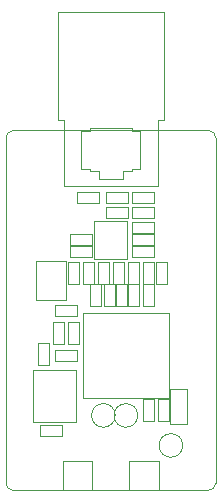
<source format=gbr>
%TF.GenerationSoftware,KiCad,Pcbnew,5.1.6+dfsg1-1~bpo10+1*%
%TF.CreationDate,Date%
%TF.ProjectId,ProMicro_LORA,50726f4d-6963-4726-9f5f-4c4f52412e6b,v1.1*%
%TF.SameCoordinates,Original*%
%TF.FileFunction,Other,User*%
%FSLAX45Y45*%
G04 Gerber Fmt 4.5, Leading zero omitted, Abs format (unit mm)*
G04 Created by KiCad*
%MOMM*%
%LPD*%
G01*
G04 APERTURE LIST*
%TA.AperFunction,Profile*%
%ADD10C,0.100000*%
%TD*%
%ADD11C,0.050000*%
G04 APERTURE END LIST*
D10*
X-127000Y2857500D02*
X-127000Y-63500D01*
X1651000Y2857500D02*
X1651000Y-63500D01*
X-127000Y2857500D02*
G75*
G02*
X-63500Y2921000I63500J0D01*
G01*
X1587500Y2921000D02*
G75*
G02*
X1651000Y2857500I0J-63500D01*
G01*
X-63500Y2921000D02*
X1587500Y2921000D01*
X1651000Y-63500D02*
G75*
G02*
X1587500Y-127000I-63500J0D01*
G01*
X-63500Y-127000D02*
G75*
G02*
X-127000Y-63500I0J63500D01*
G01*
X1587500Y-127000D02*
X-63500Y-127000D01*
D11*
X527000Y1378000D02*
X527000Y654000D01*
X527000Y654000D02*
X1251000Y654000D01*
X1251000Y654000D02*
X1251000Y1378000D01*
X1251000Y1378000D02*
X527000Y1378000D01*
X662000Y2578500D02*
X662000Y2508500D01*
X942000Y2578500D02*
X862000Y2578500D01*
X582000Y2578500D02*
X582000Y2598500D01*
X582000Y2598500D02*
X512000Y2598500D01*
X512000Y2918500D02*
X512000Y2598500D01*
X662000Y2578500D02*
X582000Y2578500D01*
X582000Y2918500D02*
X512000Y2918500D01*
X582000Y2918500D02*
X582000Y2938500D01*
X1012000Y2918500D02*
X1012000Y2598500D01*
X1012000Y2598500D02*
X942000Y2598500D01*
X942000Y2578500D02*
X942000Y2598500D01*
X942000Y2938500D02*
X582000Y2938500D01*
X1012000Y2918500D02*
X942000Y2918500D01*
X942000Y2918500D02*
X942000Y2938500D01*
X862000Y2578500D02*
X862000Y2508500D01*
X862000Y2508500D02*
X662000Y2508500D01*
X129000Y1486000D02*
X129000Y1816000D01*
X129000Y1486000D02*
X379000Y1486000D01*
X379000Y1816000D02*
X129000Y1816000D01*
X379000Y1816000D02*
X379000Y1486000D01*
X897900Y1431000D02*
X803900Y1431000D01*
X803900Y1431000D02*
X803900Y1617000D01*
X803900Y1617000D02*
X897900Y1617000D01*
X897900Y1617000D02*
X897900Y1431000D01*
X1240800Y1621500D02*
X1146800Y1621500D01*
X1146800Y1621500D02*
X1146800Y1807500D01*
X1146800Y1807500D02*
X1240800Y1807500D01*
X1240800Y1807500D02*
X1240800Y1621500D01*
X1168940Y-125000D02*
X918940Y-125000D01*
X1168940Y-125000D02*
X1168940Y125000D01*
X918940Y125000D02*
X918940Y-125000D01*
X918940Y125000D02*
X1168940Y125000D01*
X604298Y-125000D02*
X354298Y-125000D01*
X604298Y-125000D02*
X604298Y125000D01*
X354298Y125000D02*
X354298Y-125000D01*
X354298Y125000D02*
X604298Y125000D01*
X601000Y2040900D02*
X601000Y1946900D01*
X601000Y1946900D02*
X415000Y1946900D01*
X415000Y1946900D02*
X415000Y2040900D01*
X415000Y2040900D02*
X601000Y2040900D01*
X938000Y2175500D02*
X938000Y2269500D01*
X938000Y2269500D02*
X1124000Y2269500D01*
X1124000Y2269500D02*
X1124000Y2175500D01*
X1124000Y2175500D02*
X938000Y2175500D01*
X524500Y1807500D02*
X618500Y1807500D01*
X618500Y1807500D02*
X618500Y1621500D01*
X618500Y1621500D02*
X524500Y1621500D01*
X524500Y1621500D02*
X524500Y1807500D01*
X664500Y2396500D02*
X664500Y2302500D01*
X664500Y2302500D02*
X478500Y2302500D01*
X478500Y2302500D02*
X478500Y2396500D01*
X478500Y2396500D02*
X664500Y2396500D01*
X938000Y2302500D02*
X938000Y2396500D01*
X938000Y2396500D02*
X1124000Y2396500D01*
X1124000Y2396500D02*
X1124000Y2302500D01*
X1124000Y2302500D02*
X938000Y2302500D01*
X903500Y2269500D02*
X903500Y2175500D01*
X903500Y2175500D02*
X717500Y2175500D01*
X717500Y2175500D02*
X717500Y2269500D01*
X717500Y2269500D02*
X903500Y2269500D01*
X601000Y1939300D02*
X601000Y1845300D01*
X601000Y1845300D02*
X415000Y1845300D01*
X415000Y1845300D02*
X415000Y1939300D01*
X415000Y1939300D02*
X601000Y1939300D01*
X938000Y1845300D02*
X938000Y1939300D01*
X938000Y1939300D02*
X1124000Y1939300D01*
X1124000Y1939300D02*
X1124000Y1845300D01*
X1124000Y1845300D02*
X938000Y1845300D01*
X938000Y2040900D02*
X1124000Y2040900D01*
X938000Y1946900D02*
X938000Y2040900D01*
X1124000Y1946900D02*
X938000Y1946900D01*
X1124000Y2040900D02*
X1124000Y1946900D01*
X491500Y1621500D02*
X397500Y1621500D01*
X397500Y1621500D02*
X397500Y1807500D01*
X397500Y1807500D02*
X491500Y1807500D01*
X491500Y1807500D02*
X491500Y1621500D01*
X905500Y1807500D02*
X999500Y1807500D01*
X999500Y1807500D02*
X999500Y1621500D01*
X999500Y1621500D02*
X905500Y1621500D01*
X905500Y1621500D02*
X905500Y1807500D01*
X1126500Y1431000D02*
X1032500Y1431000D01*
X1032500Y1431000D02*
X1032500Y1617000D01*
X1032500Y1617000D02*
X1126500Y1617000D01*
X1126500Y1617000D02*
X1126500Y1431000D01*
X902000Y2153900D02*
X622000Y2153900D01*
X622000Y1833900D02*
X902000Y1833900D01*
X622000Y1833900D02*
X622000Y2153900D01*
X902000Y1833900D02*
X902000Y2153900D01*
X1124000Y2142500D02*
X1124000Y2048500D01*
X1124000Y2048500D02*
X938000Y2048500D01*
X938000Y2048500D02*
X938000Y2142500D01*
X938000Y2142500D02*
X1124000Y2142500D01*
X903500Y2396500D02*
X903500Y2302500D01*
X903500Y2302500D02*
X717500Y2302500D01*
X717500Y2302500D02*
X717500Y2396500D01*
X717500Y2396500D02*
X903500Y2396500D01*
X745500Y1621500D02*
X651500Y1621500D01*
X651500Y1621500D02*
X651500Y1807500D01*
X651500Y1807500D02*
X745500Y1807500D01*
X745500Y1807500D02*
X745500Y1621500D01*
X1126500Y1621500D02*
X1032500Y1621500D01*
X1032500Y1621500D02*
X1032500Y1807500D01*
X1032500Y1807500D02*
X1126500Y1807500D01*
X1126500Y1807500D02*
X1126500Y1621500D01*
X778500Y1807500D02*
X872500Y1807500D01*
X872500Y1807500D02*
X872500Y1621500D01*
X872500Y1621500D02*
X778500Y1621500D01*
X778500Y1621500D02*
X778500Y1807500D01*
X999500Y1431000D02*
X905500Y1431000D01*
X905500Y1431000D02*
X905500Y1617000D01*
X905500Y1617000D02*
X999500Y1617000D01*
X999500Y1617000D02*
X999500Y1431000D01*
X362000Y3010500D02*
X362000Y2450500D01*
X312000Y3922500D02*
X1212000Y3922500D01*
X1162000Y3010500D02*
X1162000Y2450500D01*
X1162000Y2450500D02*
X362000Y2450500D01*
X1212000Y3922500D02*
X1212000Y3010500D01*
X1212000Y3010500D02*
X1162000Y3010500D01*
X312000Y3922500D02*
X312000Y3010500D01*
X312000Y3010500D02*
X362000Y3010500D01*
X1370000Y254000D02*
G75*
G03*
X1370000Y254000I-100000J0D01*
G01*
X989000Y508000D02*
G75*
G03*
X989000Y508000I-100000J0D01*
G01*
X798500Y508000D02*
G75*
G03*
X798500Y508000I-100000J0D01*
G01*
X1260500Y438750D02*
X1260500Y734750D01*
X1406500Y438750D02*
X1260500Y438750D01*
X1406500Y734750D02*
X1406500Y438750D01*
X1260500Y734750D02*
X1406500Y734750D01*
X105500Y893100D02*
X105500Y453100D01*
X465500Y893100D02*
X105500Y893100D01*
X465500Y453100D02*
X465500Y893100D01*
X105500Y453100D02*
X465500Y453100D01*
X1159500Y649500D02*
X1253500Y649500D01*
X1253500Y649500D02*
X1253500Y463500D01*
X1253500Y463500D02*
X1159500Y463500D01*
X1159500Y463500D02*
X1159500Y649500D01*
X474000Y1444000D02*
X474000Y1350000D01*
X474000Y1350000D02*
X288000Y1350000D01*
X288000Y1350000D02*
X288000Y1444000D01*
X288000Y1444000D02*
X474000Y1444000D01*
X474000Y1063000D02*
X474000Y969000D01*
X474000Y969000D02*
X288000Y969000D01*
X288000Y969000D02*
X288000Y1063000D01*
X288000Y1063000D02*
X474000Y1063000D01*
X397500Y1299500D02*
X491500Y1299500D01*
X491500Y1299500D02*
X491500Y1113500D01*
X491500Y1113500D02*
X397500Y1113500D01*
X397500Y1113500D02*
X397500Y1299500D01*
X364500Y1113500D02*
X270500Y1113500D01*
X270500Y1113500D02*
X270500Y1299500D01*
X270500Y1299500D02*
X364500Y1299500D01*
X364500Y1299500D02*
X364500Y1113500D01*
X1126500Y463500D02*
X1032500Y463500D01*
X1032500Y463500D02*
X1032500Y649500D01*
X1032500Y649500D02*
X1126500Y649500D01*
X1126500Y649500D02*
X1126500Y463500D01*
X588000Y1617000D02*
X682000Y1617000D01*
X682000Y1617000D02*
X682000Y1431000D01*
X682000Y1431000D02*
X588000Y1431000D01*
X588000Y1431000D02*
X588000Y1617000D01*
X796300Y1431000D02*
X702300Y1431000D01*
X702300Y1431000D02*
X702300Y1617000D01*
X702300Y1617000D02*
X796300Y1617000D01*
X796300Y1617000D02*
X796300Y1431000D01*
X237500Y938000D02*
X143500Y938000D01*
X143500Y938000D02*
X143500Y1124000D01*
X143500Y1124000D02*
X237500Y1124000D01*
X237500Y1124000D02*
X237500Y938000D01*
X347000Y428000D02*
X347000Y334000D01*
X347000Y334000D02*
X161000Y334000D01*
X161000Y334000D02*
X161000Y428000D01*
X161000Y428000D02*
X347000Y428000D01*
M02*

</source>
